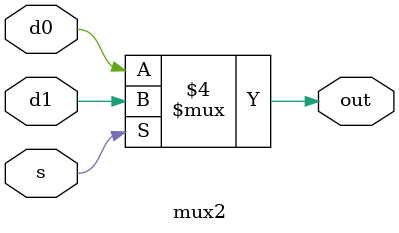
<source format=sv>
module mux2(d0, d1, s, out);
	
	input logic d0;
	input logic d1;
	output logic out;
	input logic s;
	
	always_comb begin 
		if(s == 1'b0)
			out = d0;
		else
			out = d1;
	end
	
endmodule 
</source>
